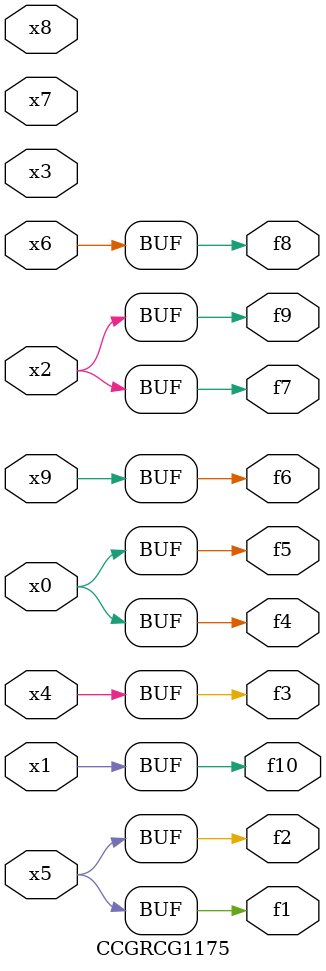
<source format=v>
module CCGRCG1175(
	input x0, x1, x2, x3, x4, x5, x6, x7, x8, x9,
	output f1, f2, f3, f4, f5, f6, f7, f8, f9, f10
);
	assign f1 = x5;
	assign f2 = x5;
	assign f3 = x4;
	assign f4 = x0;
	assign f5 = x0;
	assign f6 = x9;
	assign f7 = x2;
	assign f8 = x6;
	assign f9 = x2;
	assign f10 = x1;
endmodule

</source>
